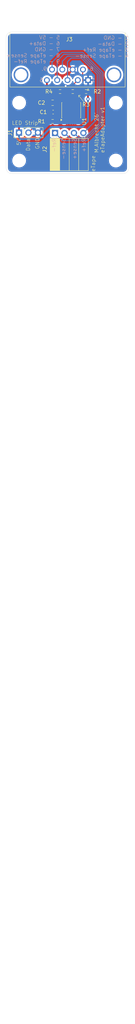
<source format=kicad_pcb>
(kicad_pcb (version 20241229) (generator "pcbnew") (generator_version "9.0")
  (layers (0 "F.Cu" signal) (2 "B.Cu" signal) (13 "F.Paste" user) (15 "B.Paste" user) (5 "F.SilkS" user "F.Silkscreen") (7 "B.SilkS" user "B.Silkscreen") (1 "F.Mask" user) (3 "B.Mask" user) (25 "Edge.Cuts" user))
  (net 0 "")
  (net 1 "+5V")
  (net 2 "GND")
  (net 3 "Net-(J1-Pin_2)")
  (net 6 "/Data+")
  (net 7 "/Data-")
  (net 8 "Net-(U1-RO)")
  (net 10 "/Sense+")
  (net 11 "/Ref+")
  (net 12 "/Sense-")
  (net 13 "/Ref-")
  (footprint "MountingHole:MountingHole_3.2mm_M3" (layer "F.Cu") (at 149 91.5)
    (property "Reference" "H3" (hide yes))
    (property "Value" "MountingHole")
    (pad "" np_thru_hole circle (at 0 0) (size 3.2 3.2) (drill 3.2) (layers "*.Cu" "*.Mask"))
  )
  (footprint "Connector_PinSocket_2.54mm:PinSocket_1x04_P2.54mm_Horizontal" (layer "F.Cu") (at 132.65 84.1 90)
    (property "Reference" "J2" (at -4.38 -2.77 90) (layer "F.SilkS"))
    (property "Value" "eTape")
    (fp_line (start 1.11 -1.33) (end 1.11 0) (stroke (width 0.12)) (layer "F.SilkS"))
    (fp_line (start 0 -1.33) (end 1.11 -1.33) (stroke (width 0.12)) (layer "F.SilkS"))
    (fp_line (start -1.46 -1.33) (end -1.46 8.95) (stroke (width 0.12)) (layer "F.SilkS"))
    (fp_line (start -10.09 -1.33) (end -1.46 -1.33) (stroke (width 0.12)) (layer "F.SilkS"))
    (fp_line (start -10.09 -1.33) (end -10.09 8.95) (stroke (width 0.12)) (layer "F.SilkS"))
    (fp_line (start -10.09 -1.21) (end -1.46 -1.21) (stroke (width 0.12)) (layer "F.SilkS"))
    (fp_line (start -10.09 -1.091905) (end -1.46 -1.091905) (stroke (width 0.12)) (layer "F.SilkS"))
    (fp_line (start -10.09 -0.97381) (end -1.46 -0.97381) (stroke (width 0.12)) (layer "F.SilkS"))
    (fp_line (start -10.09 -0.855715) (end -1.46 -0.855715) (stroke (width 0.12)) (layer "F.SilkS"))
    (fp_line (start -10.09 -0.73762) (end -1.46 -0.73762) (stroke (width 0.12)) (layer "F.SilkS"))
    (fp_line (start -10.09 -0.619525) (end -1.46 -0.619525) (stroke (width 0.12)) (layer "F.SilkS"))
    (fp_line (start -10.09 -0.50143) (end -1.46 -0.50143) (stroke (width 0.12)) (layer "F.SilkS"))
    (fp_line (start -10.09 -0.383335) (end -1.46 -0.383335) (stroke (width 0.12)) (layer "F.SilkS"))
    (fp_line (start -1.46 -0.36) (end -1.11 -0.36) (stroke (width 0.12)) (layer "F.SilkS"))
    (fp_line (start -10.09 -0.26524) (end -1.46 -0.26524) (stroke (width 0.12)) (layer "F.SilkS"))
    (fp_line (start -10.09 -0.147145) (end -1.46 -0.147145) (stroke (width 0.12)) (layer "F.SilkS"))
    (fp_line (start -10.09 -0.02905) (end -1.46 -0.02905) (stroke (width 0.12)) (layer "F.SilkS"))
    (fp_line (start -10.09 0.089045) (end -1.46 0.089045) (stroke (width 0.12)) (layer "F.SilkS"))
    (fp_line (start -10.09 0.20714) (end -1.46 0.20714) (stroke (width 0.12)) (layer "F.SilkS"))
    (fp_line (start -10.09 0.325235) (end -1.46 0.325235) (stroke (width 0.12)) (layer "F.SilkS"))
    (fp_line (start -1.46 0.36) (end -1.11 0.36) (stroke (width 0.12)) (layer "F.SilkS"))
    (fp_line (start -10.09 0.44333) (end -1.46 0.44333) (stroke (width 0.12)) (layer "F.SilkS"))
    (fp_line (start -10.09 0.561425) (end -1.46 0.561425) (stroke (width 0.12)) (layer "F.SilkS"))
    (fp_line (start -10.09 0.67952) (end -1.46 0.67952) (stroke (width 0.12)) (layer "F.SilkS"))
    (fp_line (start -10.09 0.797615) (end -1.46 0.797615) (stroke (width 0.12)) (layer "F.SilkS"))
    (fp_line (start -10.09 0.91571) (end -1.46 0.91571) (stroke (width 0.12)) (layer "F.SilkS"))
    (fp_line (start -10.09 1.033805) (end -1.46 1.033805) (stroke (width 0.12)) (layer "F.SilkS"))
    (fp_line (start -10.09 1.1519) (end -1.46 1.1519) (stroke (width 0.12)) (layer "F.SilkS"))
    (fp_line (start -10.09 1.27) (end -1.46 1.27) (stroke (width 0.12)) (layer "F.SilkS"))
    (fp_line (start -1.46 2.18) (end -1.05 2.18) (stroke (width 0.12)) (layer "F.SilkS"))
    (fp_line (start -1.46 2.9) (end -1.05 2.9) (stroke (width 0.12)) (layer "F.SilkS"))
    (fp_line (start -10.09 3.81) (end -1.46 3.81) (stroke (width 0.12)) (layer "F.SilkS"))
    (fp_line (start -1.46 4.72) (end -1.05 4.72) (stroke (width 0.12)) (layer "F.SilkS"))
    (fp_line (start -1.46 5.44) (end -1.05 5.44) (stroke (width 0.12)) (layer "F.SilkS"))
    (fp_line (start -10.09 6.35) (end -1.46 6.35) (stroke (width 0.12)) (layer "F.SilkS"))
    (fp_line (start -1.46 7.26) (end -1.05 7.26) (stroke (width 0.12)) (layer "F.SilkS"))
    (fp_line (start -1.46 7.98) (end -1.05 7.98) (stroke (width 0.12)) (layer "F.SilkS"))
    (fp_line (start -10.09 8.95) (end -1.46 8.95) (stroke (width 0.12)) (layer "F.SilkS"))
    (pad "1" thru_hole rect (at 0 0 90) (size 1.7 1.7) (drill 1) (layers "*.Cu" "*.Mask") (net 13 "/Ref-"))
    (pad "2" thru_hole circle (at 0 2.54 90) (size 1.7 1.7) (drill 1) (layers "*.Cu" "*.Mask") (net 12 "/Sense-"))
    (pad "3" thru_hole circle (at 0 5.08 90) (size 1.7 1.7) (drill 1) (layers "*.Cu" "*.Mask") (net 10 "/Sense+"))
    (pad "4" thru_hole circle (at 0 7.62 90) (size 1.7 1.7) (drill 1) (layers "*.Cu" "*.Mask") (net 11 "/Ref+"))
  )
  (footprint "MountingHole:MountingHole_3.2mm_M3" (layer "F.Cu") (at 123 91.5)
    (property "Reference" "H4" (hide yes))
    (property "Value" "MountingHole")
    (pad "" np_thru_hole circle (at 0 0) (size 3.2 3.2) (drill 3.2) (layers "*.Cu" "*.Mask"))
  )
  (footprint "Resistor_SMD:R_0603_1608Metric_Pad0.98x0.95mm_HandSolder" (layer "F.Cu") (at 134 73 180)
    (property "Reference" "R4" (at 3 0 0) (layer "F.SilkS"))
    (property "Value" "750")
    (fp_line (start -0.254724 0.5225) (end 0.254724 0.5225) (stroke (width 0.12)) (layer "F.SilkS"))
    (fp_line (start -0.254724 -0.5225) (end 0.254724 -0.5225) (stroke (width 0.12)) (layer "F.SilkS"))
    (pad "1" smd roundrect (at -0.9125 0 180) (size 0.975 0.95) (layers "F.Cu" "F.Mask" "F.Paste") (net 7 "/Data-"))
    (pad "2" smd roundrect (at 0.9125 0 180) (size 0.975 0.95) (layers "F.Cu" "F.Mask" "F.Paste") (net 2 "GND"))
  )
  (footprint "Package_SO:SOIC-8_3.9x4.9mm_P1.27mm" (layer "F.Cu") (at 137 78 90)
    (property "Reference" "U1" (at -3 3.5 90) (layer "F.SilkS"))
    (property "Value" "SP485E")
    (fp_line (start 2.06 -2.56) (end 2.06 -2.465) (stroke (width 0.12)) (layer "F.SilkS"))
    (fp_line (start -2.06 -2.56) (end 2.06 -2.56) (stroke (width 0.12)) (layer "F.SilkS"))
    (fp_line (start -2.06 -2.465) (end -2.06 -2.56) (stroke (width 0.12)) (layer "F.SilkS"))
    (fp_line (start 2.06 2.465) (end 2.06 2.56) (stroke (width 0.12)) (layer "F.SilkS"))
    (fp_line (start 2.06 2.56) (end -2.06 2.56) (stroke (width 0.12)) (layer "F.SilkS"))
    (fp_line (start -2.06 2.56) (end -2.06 2.465) (stroke (width 0.12)) (layer "F.SilkS"))
    (fp_poly (pts (xy -2.6 -2.47) (xy -2.84 -2.8) (xy -2.36 -2.8)) (stroke (width 0.12)) (fill yes) (layer "F.SilkS"))
    (pad "1" smd roundrect (at -2.475 -1.905 90) (size 1.95 0.6) (layers "F.Cu" "F.Mask" "F.Paste") (net 8 "Net-(U1-RO)"))
    (pad "2" smd roundrect (at -2.475 -0.635 90) (size 1.95 0.6) (layers "F.Cu" "F.Mask" "F.Paste") (net 2 "GND"))
    (pad "3" smd roundrect (at -2.475 0.635 90) (size 1.95 0.6) (layers "F.Cu" "F.Mask" "F.Paste") (net 2 "GND"))
    (pad "4" smd roundrect (at -2.475 1.905 90) (size 1.95 0.6) (layers "F.Cu" "F.Mask" "F.Paste"))
    (pad "5" smd roundrect (at 2.475 1.905 90) (size 1.95 0.6) (layers "F.Cu" "F.Mask" "F.Paste") (net 2 "GND"))
    (pad "6" smd roundrect (at 2.475 0.635 90) (size 1.95 0.6) (layers "F.Cu" "F.Mask" "F.Paste") (net 6 "/Data+"))
    (pad "7" smd roundrect (at 2.475 -0.635 90) (size 1.95 0.6) (layers "F.Cu" "F.Mask" "F.Paste") (net 7 "/Data-"))
    (pad "8" smd roundrect (at 2.475 -1.905 90) (size 1.95 0.6) (layers "F.Cu" "F.Mask" "F.Paste") (net 1 "+5V"))
  )
  (footprint "Resistor_SMD:R_0603_1608Metric_Pad0.98x0.95mm_HandSolder" (layer "F.Cu") (at 137.4125 73 180)
    (property "Reference" "R3" (at -3.5875 -3.5 0) (layer "F.SilkS"))
    (property "Value" "130")
    (fp_line (start -0.254724 0.5225) (end 0.254724 0.5225) (stroke (width 0.12)) (layer "F.SilkS"))
    (fp_line (start -0.254724 -0.5225) (end 0.254724 -0.5225) (stroke (width 0.12)) (layer "F.SilkS"))
    (pad "1" smd roundrect (at -0.9125 0 180) (size 0.975 0.95) (layers "F.Cu" "F.Mask" "F.Paste") (net 6 "/Data+"))
    (pad "2" smd roundrect (at 0.9125 0 180) (size 0.975 0.95) (layers "F.Cu" "F.Mask" "F.Paste") (net 7 "/Data-"))
  )
  (footprint "Connector_PinHeader_2.54mm:PinHeader_1x03_P2.54mm_Vertical" (layer "F.Cu") (at 122.96 84 90)
    (property "Reference" "J1" (at 0 -2.38 90) (layer "F.SilkS"))
    (property "Value" "External LED Strip")
    (fp_line (start -1.38 -1.38) (end 0 -1.38) (stroke (width 0.12)) (layer "F.SilkS"))
    (fp_line (start -1.38 0) (end -1.38 -1.38) (stroke (width 0.12)) (layer "F.SilkS"))
    (fp_line (start 1.38 1.27) (end 1.38 6.46) (stroke (width 0.12)) (layer "F.SilkS"))
    (fp_line (start -1.38 1.27) (end 1.38 1.27) (stroke (width 0.12)) (layer "F.SilkS"))
    (fp_line (start -1.38 1.27) (end -1.38 6.46) (stroke (width 0.12)) (layer "F.SilkS"))
    (fp_line (start -1.38 6.46) (end 1.38 6.46) (stroke (width 0.12)) (layer "F.SilkS"))
    (pad "1" thru_hole rect (at 0 0 90) (size 1.7 1.7) (drill 1) (layers "*.Cu" "*.Mask") (net 1 "+5V"))
    (pad "2" thru_hole circle (at 0 2.54 90) (size 1.7 1.7) (drill 1) (layers "*.Cu" "*.Mask") (net 3 "Net-(J1-Pin_2)"))
    (pad "3" thru_hole circle (at 0 5.08 90) (size 1.7 1.7) (drill 1) (layers "*.Cu" "*.Mask") (net 2 "GND"))
  )
  (footprint "Capacitor_SMD:C_0603_1608Metric_Pad1.08x0.95mm_HandSolder" (layer "F.Cu") (at 132.1375 78.5 180)
    (property "Reference" "C1" (at 2.6375 0 0) (layer "F.SilkS"))
    (property "Value" "1uF 16V")
    (fp_line (start -0.146267 0.51) (end 0.146267 0.51) (stroke (width 0.12)) (layer "F.SilkS"))
    (fp_line (start -0.146267 -0.51) (end 0.146267 -0.51) (stroke (width 0.12)) (layer "F.SilkS"))
    (pad "1" smd roundrect (at -0.8625 0 180) (size 1.075 0.95) (layers "F.Cu" "F.Mask" "F.Paste") (net 1 "+5V"))
    (pad "2" smd roundrect (at 0.8625 0 180) (size 1.075 0.95) (layers "F.Cu" "F.Mask" "F.Paste") (net 2 "GND"))
  )
  (footprint "Capacitor_SMD:C_0805_2012Metric_Pad1.18x1.45mm_HandSolder" (layer "F.Cu") (at 132 76 180)
    (property "Reference" "C2" (at 3 0 0) (layer "F.SilkS"))
    (property "Value" "10uF 25V")
    (fp_line (start -0.261252 0.735) (end 0.261252 0.735) (stroke (width 0.12)) (layer "F.SilkS"))
    (fp_line (start -0.261252 -0.735) (end 0.261252 -0.735) (stroke (width 0.12)) (layer "F.SilkS"))
    (pad "1" smd roundrect (at -1.0375 0 180) (size 1.175 1.45) (layers "F.Cu" "F.Mask" "F.Paste") (roundrect_rratio 0.212766) (net 1 "+5V"))
    (pad "2" smd roundrect (at 1.0375 0 180) (size 1.175 1.45) (layers "F.Cu" "F.Mask" "F.Paste") (roundrect_rratio 0.212766) (net 2 "GND"))
  )
  (footprint "MountingHole:MountingHole_3.2mm_M3" (layer "F.Cu") (at 123 76)
    (property "Reference" "H2" (hide yes))
    (property "Value" "MountingHole")
    (pad "" np_thru_hole circle (at 0 0) (size 3.2 3.2) (drill 3.2) (layers "*.Cu" "*.Mask"))
  )
  (footprint "MountingHole:MountingHole_3.2mm_M3" (layer "F.Cu") (at 149 76)
    (property "Reference" "H1" (hide yes))
    (property "Value" "MountingHole")
    (pad "" np_thru_hole circle (at 0 0) (size 3.2 3.2) (drill 3.2) (layers "*.Cu" "*.Mask"))
  )
  (footprint "Resistor_SMD:R_0603_1608Metric_Pad0.98x0.95mm_HandSolder" (layer "F.Cu") (at 132 81 180)
    (property "Reference" "R1" (at 3 0 0) (layer "F.SilkS"))
    (property "Value" "600")
    (fp_line (start -0.254724 0.5225) (end 0.254724 0.5225) (stroke (width 0.12)) (layer "F.SilkS"))
    (fp_line (start -0.254724 -0.5225) (end 0.254724 -0.5225) (stroke (width 0.12)) (layer "F.SilkS"))
    (pad "1" smd roundrect (at -0.9125 0 180) (size 0.975 0.95) (layers "F.Cu" "F.Mask" "F.Paste") (net 8 "Net-(U1-RO)"))
    (pad "2" smd roundrect (at 0.9125 0 180) (size 0.975 0.95) (layers "F.Cu" "F.Mask" "F.Paste") (net 3 "Net-(J1-Pin_2)"))
  )
  (footprint "Resistor_SMD:R_0603_1608Metric_Pad0.98x0.95mm_HandSolder" (layer "F.Cu") (at 141 73 180)
    (property "Reference" "R2" (at -3 0 0) (layer "F.SilkS"))
    (property "Value" "750")
    (fp_line (start -0.254724 0.5225) (end 0.254724 0.5225) (stroke (width 0.12)) (layer "F.SilkS"))
    (fp_line (start -0.254724 -0.5225) (end 0.254724 -0.5225) (stroke (width 0.12)) (layer "F.SilkS"))
    (pad "1" smd roundrect (at -0.9125 0 180) (size 0.975 0.95) (layers "F.Cu" "F.Mask" "F.Paste") (net 1 "+5V"))
    (pad "2" smd roundrect (at 0.9125 0 180) (size 0.975 0.95) (layers "F.Cu" "F.Mask" "F.Paste") (net 6 "/Data+"))
  )
  (footprint "Connector_Dsub:DSUB-9_Pins_Horizontal_P2.77x2.84mm_EdgePinOffset9.90mm_Housed_MountingHolesOffset11.32mm" (layer "F.Cu") (at 141.54 69.925331 180)
    (property "Reference" "J3" (at 5.04 10.925331 0) (layer "F.SilkS"))
    (property "Value" "DE9_Pins_MountingHoles")
    (fp_line (start 21.025 -1.86) (end 21.025 12.68) (stroke (width 0.12)) (layer "F.SilkS"))
    (fp_line (start 0.25 -2.754338) (end 0 -2.321325) (stroke (width 0.12)) (layer "F.SilkS"))
    (fp_line (start 0 -2.321325) (end -0.25 -2.754338) (stroke (width 0.12)) (layer "F.SilkS"))
    (fp_line (start -0.25 -2.754338) (end 0.25 -2.754338) (stroke (width 0.12)) (layer "F.SilkS"))
    (fp_line (start -9.945 12.68) (end -9.945 -1.86) (stroke (width 0.12)) (layer "F.SilkS"))
    (fp_line (start -9.945 -1.86) (end 21.025 -1.86) (stroke (width 0.12)) (layer "F.SilkS"))
    (pad "0" thru_hole circle (at -6.96 1.42 180) (size 4 4) (drill 3.2) (layers "*.Cu" "*.Mask"))
    (pad "0" thru_hole circle (at 18.04 1.42 180) (size 4 4) (drill 3.2) (layers "*.Cu" "*.Mask"))
    (pad "1" thru_hole rect (at 0 0 180) (size 1.6 1.6) (drill 1) (layers "*.Cu" "*.Mask") (net 2 "GND"))
    (pad "2" thru_hole circle (at 2.77 0 180) (size 1.6 1.6) (drill 1) (layers "*.Cu" "*.Mask") (net 7 "/Data-"))
    (pad "3" thru_hole circle (at 5.54 0 180) (size 1.6 1.6) (drill 1) (layers "*.Cu" "*.Mask") (net 11 "/Ref+"))
    (pad "4" thru_hole circle (at 8.31 0 180) (size 1.6 1.6) (drill 1) (layers "*.Cu" "*.Mask") (net 12 "/Sense-"))
    (pad "5" thru_hole circle (at 11.08 0 180) (size 1.6 1.6) (drill 1) (layers "*.Cu" "*.Mask") (net 1 "+5V"))
    (pad "6" thru_hole circle (at 1.385 2.84 180) (size 1.6 1.6) (drill 1) (layers "*.Cu" "*.Mask") (net 6 "/Data+"))
    (pad "7" thru_hole circle (at 4.155 2.84 180) (size 1.6 1.6) (drill 1) (layers "*.Cu" "*.Mask") (net 2 "GND"))
    (pad "8" thru_hole circle (at 6.925 2.84 180) (size 1.6 1.6) (drill 1) (layers "*.Cu" "*.Mask") (net 10 "/Sense+"))
    (pad "9" thru_hole circle (at 9.695 2.84 180) (size 1.6 1.6) (drill 1) (layers "*.Cu" "*.Mask") (net 13 "/Ref-"))
  )
  (gr_line (start 139 74) (end 139 74.5) (stroke (width 0.1)) (layer "F.SilkS"))
  (gr_line (start 139 74.5) (end 139 74) (stroke (width 0.1)) (layer "F.SilkS"))
  (gr_line (start 139 74) (end 139.5 74) (stroke (width 0.1)) (layer "F.SilkS"))
  (gr_line (start 140.5 75.94) (end 139 74) (stroke (width 0.1)) (layer "F.SilkS"))
  (gr_line (start 121 95) (end 151 95) (stroke (width 0.05)) (layer "Edge.Cuts"))
  (gr_line (start 152.5 93.5) (end 152.5 59) (stroke (width 0.05)) (layer "Edge.Cuts"))
  (gr_arc (start 150.5 57) (mid 151.914214 57.585786) (end 152.5 59) (stroke (width 0.05)) (layer "Edge.Cuts"))
  (gr_arc (start 119.5 58.5) (mid 119.93934 57.43934) (end 121 57) (stroke (width 0.05)) (layer "Edge.Cuts"))
  (gr_arc (start 152.5 93.5) (mid 152.06066 94.56066) (end 151 95) (stroke (width 0.05)) (layer "Edge.Cuts"))
  (gr_line (start 119.5 58.5) (end 119.5 93.5) (stroke (width 0.05)) (layer "Edge.Cuts"))
  (gr_line (start 150.5 57) (end 121 57) (stroke (width 0.05)) (layer "Edge.Cuts"))
  (gr_arc (start 121 95) (mid 119.93934 94.56066) (end 119.5 93.5) (stroke (width 0.05)) (layer "Edge.Cuts"))
  (gr_text "eTape" (at 143.5 94.5 90) (layer "F.SilkS") (effects (font (size 1 1) (thickness 0.1)) (justify left bottom)))
  (gr_text "GND" (at 128.5 88.5 90) (layer "F.SilkS") (effects (font (size 1 1) (thickness 0.1)) (justify left bottom)))
  (gr_text "LED Strip" (at 121 82 0) (layer "F.SilkS") (effects (font (size 1 1) (thickness 0.1)) (justify left bottom)))
  (gr_text "Data" (at 126 89 90) (layer "F.SilkS") (effects (font (size 1 1) (thickness 0.1)) (justify left bottom)))
  (gr_text "5V" (at 123.5 87.5 90) (layer "F.SilkS") (effects (font (size 1 1) (thickness 0.1)) (justify left bottom)))
  (gr_text "M.Albrecht 26'\neTapeAdapter v1" (at 146 89.5 90) (layer "F.SilkS") (effects (font (size 1 1) (thickness 0.1)) (justify left bottom)))
  (gr_text "Ref-" (at 133 85.5 90) (layer "B.SilkS") (effects (font (size 1 1) (thickness 0.1)) (justify left bottom mirror)))
  (gr_text "Sense-" (at 135.5 85.5 90) (layer "B.SilkS") (effects (font (size 1 1) (thickness 0.1)) (justify left bottom mirror)))
  (gr_text "5 - 5V\n6 - Data+\n7 - GND\n8 - eTape Sense+\n9 - eTape Ref-" (at 134 65.5 0) (layer "B.SilkS") (effects (font (size 1 1) (thickness 0.1)) (justify left bottom mirror)))
  (gr_text "Ref+" (at 141 85.5 90) (layer "B.SilkS") (effects (font (size 1 1) (thickness 0.1)) (justify left bottom mirror)))
  (gr_text "6." (at 143 67.5 0) (layer "B.SilkS") (effects (font (size 1 1) (thickness 0.1)) (justify left bottom mirror)))
  (gr_text "1" (at 143.5 70.5 0) (layer "B.SilkS") (effects (font (size 1 1) (thickness 0.1)) (justify left bottom mirror)))
  (gr_text "1 - GND\n2 - Data-\n3 - eTape Ref+\n4 - eTape Sense-" (at 152.5 64 0) (layer "B.SilkS") (effects (font (size 1 1) (thickness 0.1)) (justify left bottom mirror)))
  (gr_text "Sense+" (at 138.5 85.5 90) (layer "B.SilkS") (effects (font (size 1 1) (thickness 0.1)) (justify left bottom mirror)))
  (gr_text "9." (at 130.5 67.5 0) (layer "B.SilkS") (effects (font (size 1 1) (thickness 0.1)) (justify left bottom mirror)))
  (gr_text "5" (at 129.5 70.5 0) (layer "B.SilkS") (effects (font (size 1 1) (thickness 0.1)) (justify left bottom mirror)))
  (segment (start 134.62 76) (end 135.095 75.525) (width 0.5) (layer "F.Cu") (net 1))
  (segment (start 124.44125 79.94125) (end 122.96 81.4225) (width 0.5) (layer "F.Cu") (net 1))
  (segment (start 127 77.3825) (end 124.44125 79.94125) (width 0.5) (layer "F.Cu") (net 1))
  (segment (start 130.46 71.54) (end 127 75) (width 0.5) (layer "F.Cu") (net 1))
  (segment (start 133 78.5) (end 133 76.0375) (width 0.5) (layer "F.Cu") (net 1))
  (segment (start 133.0375 76) (end 134.62 76) (width 0.5) (layer "F.Cu") (net 1))
  (segment (start 133 76.0375) (end 133.0375 76) (width 0.5) (layer "F.Cu") (net 1))
  (segment (start 141.5 75) (end 141.5 73.4125) (width 0.5) (layer "F.Cu") (net 1))
  (segment (start 122.96 81.4225) (end 122.96 84) (width 0.5) (layer "F.Cu") (net 1))
  (segment (start 141.5 73.4125) (end 141.9125 73) (width 0.5) (layer "F.Cu") (net 1))
  (segment (start 127 75) (end 127 77.3825) (width 0.5) (layer "F.Cu") (net 1))
  (segment (start 130.46 69.925331) (end 130.46 71.54) (width 0.5) (layer "F.Cu") (net 1))
  (segment (start 131.55875 79.94125) (end 133 78.5) (width 0.5) (layer "F.Cu") (net 1))
  (segment (start 124.44125 79.94125) (end 131.55875 79.94125) (width 0.5) (layer "F.Cu") (net 1))
  (via (at 141.5 75) (size 0.9) (drill 0.45) (layers "F.Cu" "B.Cu") (net 1))
  (segment (start 128.397 85.751) (end 131.648 82.5) (width 0.5) (layer "B.Cu") (net 1))
  (segment (start 122.96 84) (end 122.96 85.35) (width 0.5) (layer "B.Cu") (net 1))
  (segment (start 140 82.5) (end 141.5 81) (width 0.5) (layer "B.Cu") (net 1))
  (segment (start 123.361 85.751) (end 128.397 85.751) (width 0.5) (layer "B.Cu") (net 1))
  (segment (start 131.648 82.5) (end 140 82.5) (width 0.5) (layer "B.Cu") (net 1))
  (segment (start 122.96 85.35) (end 123.361 85.751) (width 0.5) (layer "B.Cu") (net 1))
  (segment (start 141.5 81) (end 141.5 75) (width 0.5) (layer "B.Cu") (net 1))
  (via (at 135.5 71.5) (size 0.9) (drill 0.45) (layers "F.Cu" "B.Cu") (net 2))
  (segment (start 131.0875 81) (end 128.5 81) (width 0.25) (layer "F.Cu") (net 3))
  (segment (start 128.5 81) (end 125.5 84) (width 0.25) (layer "F.Cu") (net 3))
  (segment (start 138.325 73) (end 140.0875 73) (width 0.25) (layer "F.Cu") (net 6))
  (segment (start 140.0875 73) (end 140.0875 67.152831) (width 0.25) (layer "F.Cu") (net 6))
  (segment (start 137.635 75.525) (end 137.635 73.69) (width 0.25) (layer "F.Cu") (net 6))
  (segment (start 137.635 73.69) (end 138.325 73) (width 0.25) (layer "F.Cu") (net 6))
  (segment (start 140.0875 67.152831) (end 140.155 67.085331) (width 0.25) (layer "F.Cu") (net 6))
  (segment (start 136.5 73) (end 134.9125 73) (width 0.25) (layer "F.Cu") (net 7))
  (segment (start 136.5 72.195331) (end 138.77 69.925331) (width 0.25) (layer "F.Cu") (net 7))
  (segment (start 136.365 73.135) (end 136.5 73) (width 0.25) (layer "F.Cu") (net 7))
  (segment (start 136.5 73) (end 136.5 72.195331) (width 0.25) (layer "F.Cu") (net 7))
  (segment (start 136.365 75.525) (end 136.365 73.135) (width 0.25) (layer "F.Cu") (net 7))
  (segment (start 134.57 81) (end 135.095 80.475) (width 0.25) (layer "F.Cu") (net 8))
  (segment (start 132.9125 81) (end 134.57 81) (width 0.25) (layer "F.Cu") (net 8))
  (segment (start 144.5 68.183998) (end 139.816002 63.5) (width 0.25) (layer "B.Cu") (net 10))
  (segment (start 144.5 81.533116) (end 144.5 68.183998) (width 0.25) (layer "B.Cu") (net 10))
  (segment (start 137.73 84.1) (end 138.906 85.276) (width 0.25) (layer "B.Cu") (net 10))
  (segment (start 138.906 85.276) (end 140.757116 85.276) (width 0.25) (layer "B.Cu") (net 10))
  (segment (start 136 63.5) (end 134.615 64.885) (width 0.25) (layer "B.Cu") (net 10))
  (segment (start 139.816002 63.5) (end 136 63.5) (width 0.25) (layer "B.Cu") (net 10))
  (segment (start 134.615 64.885) (end 134.615 67.085331) (width 0.25) (layer "B.Cu") (net 10))
  (segment (start 140.757116 85.276) (end 144.5 81.533116) (width 0.25) (layer "B.Cu") (net 10))
  (segment (start 144 68.321808) (end 144 80.37) (width 0.25) (layer "B.Cu") (net 11))
  (segment (start 136 69.925331) (end 136 65) (width 0.25) (layer "B.Cu") (net 11))
  (segment (start 136 65) (end 137 64) (width 0.25) (layer "B.Cu") (net 11))
  (segment (start 139.678192 64) (end 144 68.321808) (width 0.25) (layer "B.Cu") (net 11))
  (segment (start 144 80.37) (end 140.27 84.1) (width 0.25) (layer "B.Cu") (net 11))
  (segment (start 137 64) (end 139.678192 64) (width 0.25) (layer "B.Cu") (net 11))
  (segment (start 136.817 85.727) (end 140.943926 85.727) (width 0.25) (layer "B.Cu") (net 12))
  (segment (start 133.23 64.77) (end 133.23 69.925331) (width 0.25) (layer "B.Cu") (net 12))
  (segment (start 135.19 84.1) (end 136.817 85.727) (width 0.25) (layer "B.Cu") (net 12))
  (segment (start 145 81.670926) (end 145 68.046188) (width 0.25) (layer "B.Cu") (net 12))
  (segment (start 145 68.046188) (end 139.953812 63) (width 0.25) (layer "B.Cu") (net 12))
  (segment (start 139.953812 63) (end 135 63) (width 0.25) (layer "B.Cu") (net 12))
  (segment (start 135 63) (end 133.23 64.77) (width 0.25) (layer "B.Cu") (net 12))
  (segment (start 140.943926 85.727) (end 145 81.670926) (width 0.25) (layer "B.Cu") (net 12))
  (segment (start 131.845 65.155) (end 131.845 67.085331) (width 0.25) (layer "B.Cu") (net 13))
  (segment (start 145.5 81.808736) (end 145.5 67.908378) (width 0.25) (layer "B.Cu") (net 13))
  (segment (start 134.728 86.178) (end 141.130736 86.178) (width 0.25) (layer "B.Cu") (net 13))
  (segment (start 134.5 62.5) (end 131.845 65.155) (width 0.25) (layer "B.Cu") (net 13))
  (segment (start 145.5 67.908378) (end 140.091622 62.5) (width 0.25) (layer "B.Cu") (net 13))
  (segment (start 132.65 84.1) (end 134.728 86.178) (width 0.25) (layer "B.Cu") (net 13))
  (segment (start 141.130736 86.178) (end 145.5 81.808736) (width 0.25) (layer "B.Cu") (net 13))
  (segment (start 140.091622 62.5) (end 134.5 62.5) (width 0.25) (layer "B.Cu") (net 13))
  (zone (net 2) (net_name "GND") (layers "F.Cu" "B.Cu") (connect_pads (clearance 0.5)) (min_thickness 0.25) (fill yes (thermal_gap 0.4) (thermal_bridge_width 0.5))
    (polygon (pts (xy 118.5 56.5) (xy 118.5 96) (xy 153.5 96) (xy 153.5 56.5)))
  )
)
</source>
